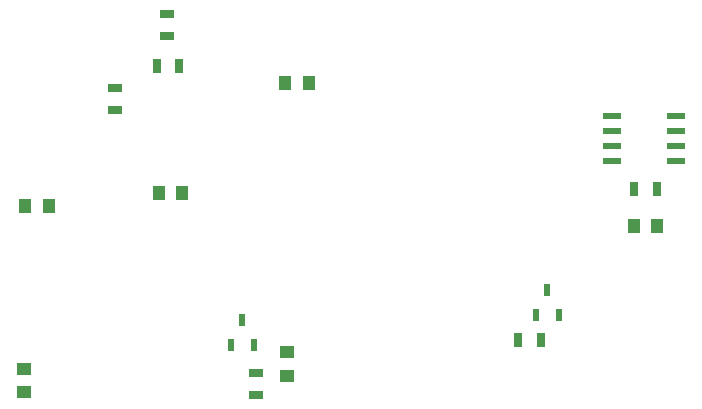
<source format=gtp>
%FSLAX46Y46*%
G04 Gerber Fmt 4.6, Leading zero omitted, Abs format (unit mm)*
G04 Created by KiCad (PCBNEW (2014-10-27 BZR 5228)-product) date 13/01/2015 10:49:15*
%MOMM*%
G01*
G04 APERTURE LIST*
%ADD10C,0.100000*%
%ADD11R,1.250000X1.000000*%
%ADD12R,1.000000X1.250000*%
%ADD13R,0.599440X1.000760*%
%ADD14R,1.300000X0.700000*%
%ADD15R,0.700000X1.300000*%
%ADD16R,1.550000X0.600000*%
G04 APERTURE END LIST*
D10*
D11*
X158000000Y-68200000D03*
X158000000Y-70200000D03*
D12*
X135800000Y-55800000D03*
X137800000Y-55800000D03*
D11*
X135700000Y-69600000D03*
X135700000Y-71600000D03*
D12*
X157800000Y-45400000D03*
X159800000Y-45400000D03*
X149100000Y-54700000D03*
X147100000Y-54700000D03*
X189300000Y-57500000D03*
X187300000Y-57500000D03*
D13*
X153225500Y-67604640D03*
X154178000Y-65491360D03*
X155130500Y-67604640D03*
X179047500Y-65056640D03*
X180000000Y-62943360D03*
X180952500Y-65056640D03*
D14*
X155300000Y-69950000D03*
X155300000Y-71850000D03*
D15*
X146950000Y-44000000D03*
X148850000Y-44000000D03*
D14*
X143400000Y-45850000D03*
X143400000Y-47750000D03*
X147800000Y-39550000D03*
X147800000Y-41450000D03*
D15*
X189250000Y-54400000D03*
X187350000Y-54400000D03*
X179450000Y-67200000D03*
X177550000Y-67200000D03*
D16*
X185501300Y-48234600D03*
X185501300Y-49504600D03*
X185501300Y-50774600D03*
X185501300Y-52044600D03*
X190901300Y-52044600D03*
X190901300Y-50774600D03*
X190901300Y-49504600D03*
X190901300Y-48234600D03*
M02*

</source>
